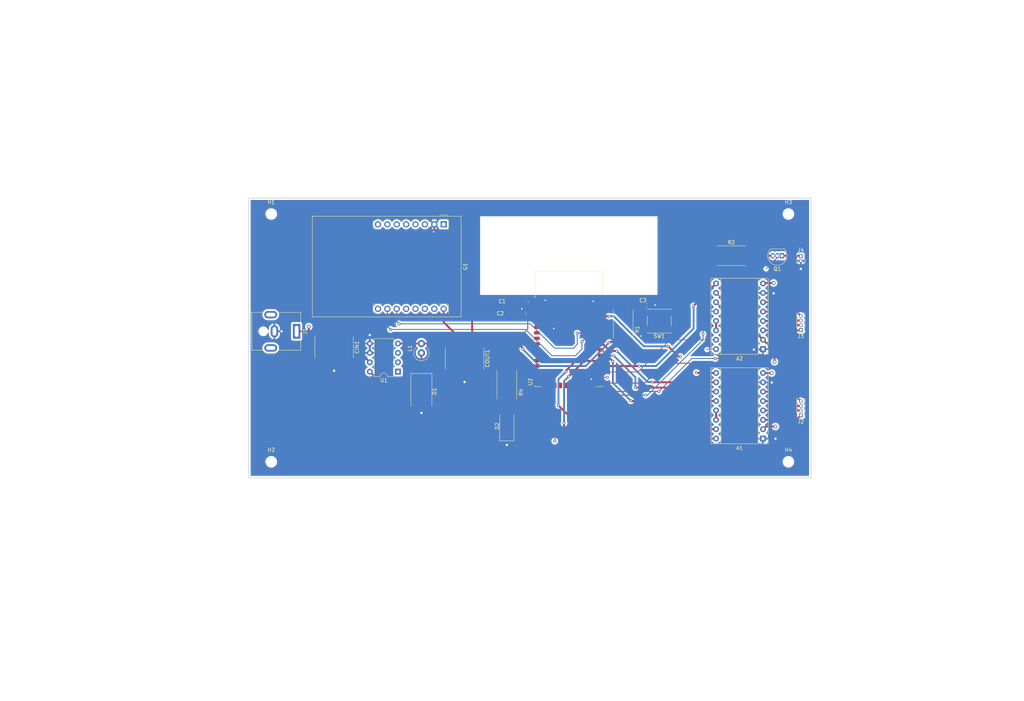
<source format=kicad_pcb>
(kicad_pcb (version 20211014) (generator pcbnew)
  (layers (0 "F.Cu" signal) (1 "In1.Cu" signal) (2 "In2.Cu" signal) (31 "B.Cu" signal) (34 "B.Paste" user) (35 "F.Paste" user) (36 "B.SilkS" user "B.Silkscreen") (37 "F.SilkS" user "F.Silkscreen") (38 "B.Mask" user) (39 "F.Mask" user) (44 "Edge.Cuts" user))
  (net 0 "")
  (net 1 "GND")
  (net 2 "+3.3V")
  (net 3 "Net-(A1-Pad3)")
  (net 4 "Net-(A1-Pad4)")
  (net 5 "Net-(A1-Pad5)")
  (net 6 "Net-(A1-Pad6)")
  (net 7 "+12V")
  (net 8 "Net-(A1-Pad9)")
  (net 9 "Net-(A1-Pad10)")
  (net 10 "Net-(A1-Pad11)")
  (net 11 "Net-(A1-Pad12)")
  (net 12 "Net-(A1-Pad13)")
  (net 13 "Net-(A1-Pad15)")
  (net 14 "Net-(A1-Pad16)")
  (net 15 "Net-(A2-Pad3)")
  (net 16 "Net-(A2-Pad4)")
  (net 17 "Net-(A2-Pad5)")
  (net 18 "Net-(A2-Pad6)")
  (net 19 "Net-(A2-Pad9)")
  (net 20 "Net-(A2-Pad10)")
  (net 21 "Net-(A2-Pad11)")
  (net 22 "Net-(A2-Pad12)")
  (net 23 "Net-(A2-Pad13)")
  (net 24 "Net-(A2-Pad15)")
  (net 25 "Net-(A2-Pad16)")
  (net 26 "Net-(C3-Pad1)")
  (net 27 "Net-(D1-Pad1)")
  (net 35 "TX")
  (net 36 "RX")
  (net 40 "Net-(J4-Pad1)")
  (net 41 "IO16")
  (net 42 "Net-(Q1-Pad3)")
  (net 56 "Net-(D2-Pad2)")
  (footprint "Capacitor_SMD:C_0402_1005Metric_Pad0.74x0.62mm_HandSolder" (layer "F.Cu") (at 184.912 92.71)
    (fp_text reference "C3" (at -1.016 -1.27) (layer "F.SilkS"))
    (fp_text value "5.5 uF")
    (pad "1" smd roundrect (at -0.5675 0) (size 0.735 0.62) (layers "F.Cu" "F.Paste" "F.Mask") (net 26 "Net-(C3-Pad1)"))
    (pad "2" smd roundrect (at 0.5675 0) (size 0.735 0.62) (layers "F.Cu" "F.Paste" "F.Mask") (net 1 "GND"))
  )
  (footprint "Connector_PinHeader_1.27mm:PinHeader_1x04_P1.27mm_Vertical" (layer "F.Cu") (at 226.622 122.55 180)
    (fp_text reference "J2" (at 0 -1.695) (layer "F.SilkS"))
    (fp_text value "Screw_Terminal_01x04")
    (pad "1" thru_hole rect (at 0 0 180) (size 1 1) (drill 0.65) (layers *.Cu *.Mask) (net 3 "Net-(A1-Pad3)"))
    (pad "2" thru_hole oval (at 0 1.27 180) (size 1 1) (drill 0.65) (layers *.Cu *.Mask) (net 4 "Net-(A1-Pad4)"))
    (pad "3" thru_hole oval (at 0 2.54 180) (size 1 1) (drill 0.65) (layers *.Cu *.Mask) (net 5 "Net-(A1-Pad5)"))
    (pad "4" thru_hole oval (at 0 3.81 180) (size 1 1) (drill 0.65) (layers *.Cu *.Mask) (net 6 "Net-(A1-Pad6)"))
  )
  (footprint "Resistor_SMD:R_4020_10251Metric_Pad1.65x5.30mm_HandSolder" (layer "F.Cu") (at 147.066 114.3 -90)
    (fp_text reference "R4" (at 2.032 -3.81 90) (layer "F.SilkS"))
    (fp_text value "4k7")
    (pad "1" smd roundrect (at -4.9 0 270) (size 1.65 5.3) (layers "F.Cu" "F.Paste" "F.Mask") (roundrect_rratio 0.151515) (net 2 "+3.3V"))
    (pad "2" smd roundrect (at 4.9 0 270) (size 1.65 5.3) (layers "F.Cu" "F.Paste" "F.Mask") (roundrect_rratio 0.151515) (net 56 "Net-(D2-Pad2)"))
  )
  (footprint "Connector_PinHeader_1.27mm:PinHeader_1x04_P1.27mm_Vertical" (layer "F.Cu") (at 226.622 99.436 180)
    (fp_text reference "J3" (at 0 -1.695) (layer "F.SilkS"))
    (fp_text value "Screw_Terminal_01x04")
    (pad "1" thru_hole rect (at 0 0 180) (size 1 1) (drill 0.65) (layers *.Cu *.Mask) (net 15 "Net-(A2-Pad3)"))
    (pad "2" thru_hole oval (at 0 1.27 180) (size 1 1) (drill 0.65) (layers *.Cu *.Mask) (net 16 "Net-(A2-Pad4)"))
    (pad "3" thru_hole oval (at 0 2.54 180) (size 1 1) (drill 0.65) (layers *.Cu *.Mask) (net 17 "Net-(A2-Pad5)"))
    (pad "4" thru_hole oval (at 0 3.81 180) (size 1 1) (drill 0.65) (layers *.Cu *.Mask) (net 18 "Net-(A2-Pad6)"))
  )
  (footprint "Capacitor_SMD:C_0402_1005Metric_Pad0.74x0.62mm_HandSolder" (layer "F.Cu") (at 152.146 94.992 180)
    (fp_text reference "C2" (at 6.858 0 180) (layer "F.SilkS"))
    (fp_text value "55 pF")
    (pad "1" smd roundrect (at -0.5675 0 180) (size 0.735 0.62) (layers "F.Cu" "F.Paste" "F.Mask") (net 2 "+3.3V"))
    (pad "2" smd roundrect (at 0.5675 0 180) (size 0.735 0.62) (layers "F.Cu" "F.Paste" "F.Mask") (net 1 "GND"))
  )
  (footprint "Module:Pololu_Breakout-16_15.2x20.3mm" (layer "F.Cu") (at 216.398 128.854 180)
    (fp_text reference "A1" (at 6.35 -2.54) (layer "F.SilkS"))
    (fp_text value "Pololu_Breakout_A4988")
    (pad "1" thru_hole rect (at 0 0 180) (size 1.6 1.6) (drill 0.8) (layers *.Cu *.Mask) (net 1 "GND"))
    (pad "2" thru_hole oval (at 0 2.54 180) (size 1.6 1.6) (drill 0.8) (layers *.Cu *.Mask) (net 2 "+3.3V"))
    (pad "3" thru_hole oval (at 0 5.08 180) (size 1.6 1.6) (drill 0.8) (layers *.Cu *.Mask) (net 3 "Net-(A1-Pad3)"))
    (pad "4" thru_hole oval (at 0 7.62 180) (size 1.6 1.6) (drill 0.8) (layers *.Cu *.Mask) (net 4 "Net-(A1-Pad4)"))
    (pad "5" thru_hole oval (at 0 10.16 180) (size 1.6 1.6) (drill 0.8) (layers *.Cu *.Mask) (net 5 "Net-(A1-Pad5)"))
    (pad "6" thru_hole oval (at 0 12.7 180) (size 1.6 1.6) (drill 0.8) (layers *.Cu *.Mask) (net 6 "Net-(A1-Pad6)"))
    (pad "7" thru_hole oval (at 0 15.24 180) (size 1.6 1.6) (drill 0.8) (layers *.Cu *.Mask) (net 1 "GND"))
    (pad "8" thru_hole oval (at 0 17.78 180) (size 1.6 1.6) (drill 0.8) (layers *.Cu *.Mask) (net 7 "+12V"))
    (pad "9" thru_hole oval (at 12.7 17.78 180) (size 1.6 1.6) (drill 0.8) (layers *.Cu *.Mask) (net 8 "Net-(A1-Pad9)"))
    (pad "10" thru_hole oval (at 12.7 15.24 180) (size 1.6 1.6) (drill 0.8) (layers *.Cu *.Mask) (net 9 "Net-(A1-Pad10)"))
    (pad "11" thru_hole oval (at 12.7 12.7 180) (size 1.6 1.6) (drill 0.8) (layers *.Cu *.Mask) (net 10 "Net-(A1-Pad11)"))
    (pad "12" thru_hole oval (at 12.7 10.16 180) (size 1.6 1.6) (drill 0.8) (layers *.Cu *.Mask) (net 11 "Net-(A1-Pad12)"))
    (pad "13" thru_hole oval (at 12.7 7.62 180) (size 1.6 1.6) (drill 0.8) (layers *.Cu *.Mask) (net 12 "Net-(A1-Pad13)"))
    (pad "14" thru_hole oval (at 12.7 5.08 180) (size 1.6 1.6) (drill 0.8) (layers *.Cu *.Mask) (net 12 "Net-(A1-Pad13)"))
    (pad "15" thru_hole oval (at 12.7 2.54 180) (size 1.6 1.6) (drill 0.8) (layers *.Cu *.Mask) (net 13 "Net-(A1-Pad15)"))
    (pad "16" thru_hole oval (at 12.7 0 180) (size 1.6 1.6) (drill 0.8) (layers *.Cu *.Mask) (net 14 "Net-(A1-Pad16)"))
  )
  (footprint "Package_TO_SOT_THT:TO-92_Inline" (layer "F.Cu") (at 221.542 79.37 180)
    (fp_text reference "Q1" (at 1.27 -3.56) (layer "F.SilkS"))
    (fp_text value "2N7000")
    (pad "1" thru_hole rect (at 0 0 180) (size 1.05 1.5) (drill 0.75) (layers *.Cu *.Mask) (net 40 "Net-(J4-Pad1)"))
    (pad "2" thru_hole oval (at 1.27 0 180) (size 1.05 1.5) (drill 0.75) (layers *.Cu *.Mask) (net 41 "IO16"))
    (pad "3" thru_hole oval (at 2.54 0 180) (size 1.05 1.5) (drill 0.75) (layers *.Cu *.Mask) (net 42 "Net-(Q1-Pad3)"))
  )
  (footprint "Package_DIP:DIP-8_W7.62mm" (layer "F.Cu") (at 117.602 110.744 180)
    (fp_text reference "U1" (at 3.81 -2.33) (layer "F.SilkS"))
    (fp_text value "LM2594N-3.3")
    (pad "1" thru_hole rect (at 0 0 180) (size 1.6 1.6) (drill 0.8) (layers *.Cu *.Mask))
    (pad "2" thru_hole oval (at 0 2.54 180) (size 1.6 1.6) (drill 0.8) (layers *.Cu *.Mask))
    (pad "3" thru_hole oval (at 0 5.08 180) (size 1.6 1.6) (drill 0.8) (layers *.Cu *.Mask))
    (pad "4" thru_hole oval (at 0 7.62 180) (size 1.6 1.6) (drill 0.8) (layers *.Cu *.Mask) (net 2 "+3.3V"))
    (pad "5" thru_hole oval (at 7.62 7.62 180) (size 1.6 1.6) (drill 0.8) (layers *.Cu *.Mask) (net 1 "GND"))
    (pad "6" thru_hole oval (at 7.62 5.08 180) (size 1.6 1.6) (drill 0.8) (layers *.Cu *.Mask) (net 1 "GND"))
    (pad "7" thru_hole oval (at 7.62 2.54 180) (size 1.6 1.6) (drill 0.8) (layers *.Cu *.Mask) (net 7 "+12V"))
    (pad "8" thru_hole oval (at 7.62 0 180) (size 1.6 1.6) (drill 0.8) (layers *.Cu *.Mask) (net 27 "Net-(D1-Pad1)"))
  )
  (footprint "Capacitor_SMD:C_3640_9110Metric_Pad2.10x10.45mm_HandSolder" (layer "F.Cu") (at 100.33 104.14 -90)
    (fp_text reference "CIN1" (at 0 -6.18 90) (layer "F.SilkS"))
    (fp_text value "68 uF")
    (pad "1" smd roundrect (at -4.175 0 270) (size 2.1 10.45) (layers "F.Cu" "F.Paste" "F.Mask") (roundrect_rratio 0.119048) (net 7 "+12V"))
    (pad "2" smd roundrect (at 4.175 0 270) (size 2.1 10.45) (layers "F.Cu" "F.Paste" "F.Mask") (roundrect_rratio 0.119048) (net 1 "GND"))
  )
  (footprint "Capacitor_SMD:C_3640_9110Metric_Pad2.10x10.45mm_HandSolder" (layer "F.Cu") (at 135.636 107.188 -90)
    (fp_text reference "COUT1" (at 0 -6.18 90) (layer "F.SilkS"))
    (fp_text value "120 uF")
    (pad "1" smd roundrect (at -4.175 0 270) (size 2.1 10.45) (layers "F.Cu" "F.Paste" "F.Mask") (roundrect_rratio 0.119048) (net 2 "+3.3V"))
    (pad "2" smd roundrect (at 4.175 0 270) (size 2.1 10.45) (layers "F.Cu" "F.Paste" "F.Mask") (roundrect_rratio 0.119048) (net 1 "GND"))
  )
  (footprint "Resistor_SMD:R_4020_10251Metric_Pad1.65x5.30mm_HandSolder" (layer "F.Cu") (at 207.826 79.37)
    (fp_text reference "R2" (at 0 -3.6) (layer "F.SilkS"))
    (fp_text value "4k7")
    (pad "1" smd roundrect (at -4.9 0) (size 1.65 5.3) (layers "F.Cu" "F.Paste" "F.Mask") (roundrect_rratio 0.151515) (net 2 "+3.3V"))
    (pad "2" smd roundrect (at 4.9 0) (size 1.65 5.3) (layers "F.Cu" "F.Paste" "F.Mask") (roundrect_rratio 0.151515) (net 42 "Net-(Q1-Pad3)"))
  )
  (footprint "MountingHole:MountingHole_2.1mm" (layer "F.Cu") (at 223.266 135.128)
    (fp_text reference "H4" (at 0 -3.2) (layer "F.SilkS"))
    (fp_text value "MountingHole")
    (pad "" np_thru_hole circle (at 0 0) (size 2.1 2.1) (drill 2.1) (layers *.Cu *.Mask))
  )
  (footprint "Resistor_SMD:R_4020_10251Metric_Pad1.65x5.30mm_HandSolder" (layer "F.Cu") (at 178.562 97.79 90)
    (fp_text reference "R1" (at -1.524 3.81 90) (layer "F.SilkS"))
    (fp_text value "4k7")
    (pad "1" smd roundrect (at -4.9 0 90) (size 1.65 5.3) (layers "F.Cu" "F.Paste" "F.Mask") (roundrect_rratio 0.151515) (net 2 "+3.3V"))
    (pad "2" smd roundrect (at 4.9 0 90) (size 1.65 5.3) (layers "F.Cu" "F.Paste" "F.Mask") (roundrect_rratio 0.151515) (net 26 "Net-(C3-Pad1)"))
  )
  (footprint "Button_Switch_SMD:SW_Push_1P1T_NO_6x6mm_H9.5mm" (layer "F.Cu") (at 188.303 97.064 180)
    (fp_text reference "SW1" (at 0 -4.05) (layer "F.SilkS"))
    (fp_text value "SW_Push")
    (pad "1" smd rect (at -3.975 -2.25 180) (size 1.55 1.3) (layers "F.Cu" "F.Paste" "F.Mask") (net 1 "GND"))
    (pad "1" smd rect (at 3.975 -2.25 180) (size 1.55 1.3) (layers "F.Cu" "F.Paste" "F.Mask") (net 1 "GND"))
    (pad "2" smd rect (at -3.975 2.25 180) (size 1.55 1.3) (layers "F.Cu" "F.Paste" "F.Mask") (net 26 "Net-(C3-Pad1)"))
    (pad "2" smd rect (at 3.975 2.25 180) (size 1.55 1.3) (layers "F.Cu" "F.Paste" "F.Mask") (net 26 "Net-(C3-Pad1)"))
  )
  (footprint "MountingHole:MountingHole_2.1mm" (layer "F.Cu") (at 83.312 68.072)
    (fp_text reference "H1" (at 0 -3.2) (layer "F.SilkS"))
    (fp_text value "MountingHole")
    (pad "" np_thru_hole circle (at 0 0) (size 2.1 2.1) (drill 2.1) (layers *.Cu *.Mask))
  )
  (footprint "RF_Module:ESP32-S2-WROVER" (layer "F.Cu") (at 163.83 102.998)
    (fp_text reference "U2" (at -10.41 10.53 90) (layer "F.SilkS"))
    (fp_text value "ESP32-S2-WROVER")
    (pad "1" smd rect (at -8.625 -11.775) (size 1.5 0.9) (layers "F.Cu" "F.Paste" "F.Mask") (net 1 "GND"))
    (pad "2" smd rect (at -8.625 -10.275) (size 1.5 0.9) (layers "F.Cu" "F.Paste" "F.Mask") (net 2 "+3.3V"))
    (pad "3" smd rect (at -8.625 -8.775) (size 1.5 0.9) (layers "F.Cu" "F.Paste" "F.Mask"))
    (pad "4" smd rect (at -8.625 -7.275) (size 1.5 0.9) (layers "F.Cu" "F.Paste" "F.Mask"))
    (pad "5" smd rect (at -8.625 -5.775) (size 1.5 0.9) (layers "F.Cu" "F.Paste" "F.Mask"))
    (pad "6" smd rect (at -8.625 -4.275) (size 1.5 0.9) (layers "F.Cu" "F.Paste" "F.Mask"))
    (pad "7" smd rect (at -8.625 -2.775) (size 1.5 0.9) (layers "F.Cu" "F.Paste" "F.Mask"))
    (pad "8" smd rect (at -8.625 -1.275) (size 1.5 0.9) (layers "F.Cu" "F.Paste" "F.Mask"))
    (pad "9" smd rect (at -8.625 0.225) (size 1.5 0.9) (layers "F.Cu" "F.Paste" "F.Mask"))
    (pad "10" smd rect (at -8.625 1.725) (size 1.5 0.9) (layers "F.Cu" "F.Paste" "F.Mask"))
    (pad "11" smd rect (at -8.625 3.225) (size 1.5 0.9) (layers "F.Cu" "F.Paste" "F.Mask"))
    (pad "12" smd rect (at -8.625 4.725) (size 1.5 0.9) (layers "F.Cu" "F.Paste" "F.Mask"))
    (pad "13" smd rect (at -8.625 6.225) (size 1.5 0.9) (layers "F.Cu" "F.Paste" "F.Mask"))
    (pad "14" smd rect (at -8.625 7.725) (size 1.5 0.9) (layers "F.Cu" "F.Paste" "F.Mask"))
    (pad "15" smd rect (at -8.625 9.225 180) (size 1.5 0.9) (layers "F.Cu" "F.Paste" "F.Mask"))
    (pad "16" smd rect (at -8.625 10.725 180) (size 1.5 0.9) (layers "F.Cu" "F.Paste" "F.Mask"))
    (pad "17" smd rect (at -6.75 11.475) (size 0.9 1.5) (layers "F.Cu" "F.Paste" "F.Mask"))
    (pad "18" smd rect (at -5.25 11.475) (size 0.9 1.5) (layers "F.Cu" "F.Paste" "F.Mask"))
    (pad "19" smd rect (at -3.75 11.475) (size 0.9 1.5) (layers "F.Cu" "F.Paste" "F.Mask") (net 41 "IO16"))
    (pad "20" smd rect (at -2.25 11.475) (size 0.9 1.5) (layers "F.Cu" "F.Paste" "F.Mask"))
    (pad "21" smd rect (at -0.75 11.475) (size 0.9 1.5) (layers "F.Cu" "F.Paste" "F.Mask"))
    (pad "22" smd rect (at 0.75 11.475) (size 0.9 1.5) (layers "F.Cu" "F.Paste" "F.Mask"))
    (pad "23" smd rect (at 2.25 11.475) (size 0.9 1.5) (layers "F.Cu" "F.Paste" "F.Mask"))
    (pad "24" smd rect (at 3.75 11.475) (size 0.9 1.5) (layers "F.Cu" "F.Paste" "F.Mask") (net 22 "Net-(A2-Pad12)"))
    (pad "25" smd rect (at 5.25 11.475) (size 0.9 1.5) (layers "F.Cu" "F.Paste" "F.Mask") (net 21 "Net-(A2-Pad11)"))
    (pad "26" smd rect (at 6.75 11.475) (size 0.9 1.5) (layers "F.Cu" "F.Paste" "F.Mask") (net 1 "GND"))
    (pad "27" smd rect (at 8.625 10.825) (size 1.5 0.9) (layers "F.Cu" "F.Paste" "F.Mask") (net 20 "Net-(A2-Pad10)"))
    (pad "28" smd rect (at 8.625 9.325) (size 1.5 0.9) (layers "F.Cu" "F.Paste" "F.Mask") (net 25 "Net-(A2-Pad16)"))
    (pad "29" smd rect (at 8.625 7.825) (size 1.5 0.9) (layers "F.Cu" "F.Paste" "F.Mask") (net 24 "Net-(A2-Pad15)"))
    (pad "30" smd rect (at 8.625 6.325) (size 1.5 0.9) (layers "F.Cu" "F.Paste" "F.Mask") (net 19 "Net-(A2-Pad9)"))
    (pad "31" smd rect (at 8.625 4.825) (size 1.5 0.9) (layers "F.Cu" "F.Paste" "F.Mask") (net 14 "Net-(A1-Pad16)"))
    (pad "32" smd rect (at 8.625 3.325) (size 1.5 0.9) (layers "F.Cu" "F.Paste" "F.Mask") (net 11 "Net-(A1-Pad12)"))
    (pad "33" smd rect (at 8.625 1.825) (size 1.5 0.9) (layers "F.Cu" "F.Paste" "F.Mask") (net 10 "Net-(A1-Pad11)"))
    (pad "34" smd rect (at 8.625 0.325) (size 1.5 0.9) (layers "F.Cu" "F.Paste" "F.Mask") (net 9 "Net-(A1-Pad10)"))
    (pad "35" smd rect (at 8.625 -1.175) (size 1.5 0.9) (layers "F.Cu" "F.Paste" "F.Mask"))
    (pad "36" smd rect (at 8.625 -2.675) (size 1.5 0.9) (layers "F.Cu" "F.Paste" "F.Mask") (net 13 "Net-(A1-Pad15)"))
    (pad "37" smd rect (at 8.625 -4.175) (size 1.5 0.9) (layers "F.Cu" "F.Paste" "F.Mask") (net 35 "TX"))
    (pad "38" smd rect (at 8.625 -5.675) (size 1.5 0.9) (layers "F.Cu" "F.Paste" "F.Mask") (net 36 "RX"))
    (pad "39" smd rect (at 8.625 -7.175) (size 1.5 0.9) (layers "F.Cu" "F.Paste" "F.Mask") (net 8 "Net-(A1-Pad9)"))
    (pad "40" smd rect (at 8.625 -8.775) (size 1.5 0.9) (layers "F.Cu" "F.Paste" "F.Mask"))
    (pad "41" smd rect (at 8.625 -10.275) (size 1.5 0.9) (layers "F.Cu" "F.Paste" "F.Mask") (net 26 "Net-(C3-Pad1)"))
    (pad "42" smd rect (at 8.625 -11.675) (size 1.5 0.9) (layers "F.Cu" "F.Paste" "F.Mask") (net 1 "GND"))
    (pad "43" smd rect (at -1.19 -3.735) (size 4.1 4.1) (layers "F.Cu" "F.Paste" "F.Mask") (net 1 "GND"))
    (zone (net 0) (net_name "") (layers *.Cu) (connect_pads (clearance 0)) (min_thickness 0.254)
      (keepout (tracks not_allowed) (vias not_allowed) (pads not_allowed) (copperpour not_allowed) (footprints not_allowed))
      (fill (thermal_gap 0.508) (thermal_bridge_width 0.508))
      (polygon (pts (xy 139.83 89.975) (xy 187.83 89.975) (xy 187.83 68.675) (xy 139.83 68.675)))
    )
  )
  (footprint "LED_SMD:LED_2512_6332Metric_Pad1.52x3.35mm_HandSolder" (layer "F.Cu") (at 147.066 125.476 90)
    (fp_text reference "D2" (at 0 -2.62 90) (layer "F.SilkS"))
    (fp_text value "RED")
    (pad "1" smd roundrect (at -2.9875 0 90) (size 1.525 3.35) (layers "F.Cu" "F.Paste" "F.Mask") (roundrect_rratio 0.163934) (net 1 "GND"))
    (pad "2" smd roundrect (at 2.9875 0 90) (size 1.525 3.35) (layers "F.Cu" "F.Paste" "F.Mask") (roundrect_rratio 0.163934) (net 56 "Net-(D2-Pad2)"))
  )
  (footprint "Connector_BarrelJack:BarrelJack_CUI_PJ-063AH_Horizontal" (layer "F.Cu") (at 90.17 99.822 -90)
    (fp_text reference "J1" (at 0 -2.3 90) (layer "F.SilkS"))
    (fp_text value "Barrel_Jack")
    (pad "" np_thru_hole circle (at 0 9 270) (size 1.6 1.6) (drill 1.6) (layers *.Cu *.Mask))
    (pad "1" thru_hole rect (at 0 0 270) (size 4 2) (drill oval 3 1) (layers *.Cu *.Mask) (net 7 "+12V"))
    (pad "2" thru_hole oval (at 0 6 270) (size 3.3 2) (drill oval 2.3 1) (layers *.Cu *.Mask) (net 1 "GND"))
    (pad "MP" thru_hole oval (at -4.5 7 270) (size 2 3.5) (drill oval 1 2.5) (layers *.Cu *.Mask))
    (pad "MP" thru_hole oval (at 4.5 7 270) (size 2 3.5) (drill oval 1 2.5) (layers *.Cu *.Mask))
  )
  (footprint "Inductor_THT:L_Axial_L9.5mm_D4.0mm_P2.54mm_Vertical_Fastron_SMCC" (layer "F.Cu") (at 123.952 105.672 90)
    (fp_text reference "L1" (at 1.27 -3.12 90) (layer "F.SilkS"))
    (fp_text value "100 uH")
    (pad "1" thru_hole circle (at 0 0 90) (size 2 2) (drill 1) (layers *.Cu *.Mask) (net 27 "Net-(D1-Pad1)"))
    (pad "2" thru_hole oval (at 2.54 0 90) (size 2 2) (drill 1) (layers *.Cu *.Mask) (net 2 "+3.3V"))
  )
  (footprint "MountingHole:MountingHole_2.1mm" (layer "F.Cu") (at 223.266 68.072)
    (fp_text reference "H3" (at 0 -3.2) (layer "F.SilkS"))
    (fp_text value "MountingHole")
    (pad "" np_thru_hole circle (at 0 0) (size 2.1 2.1) (drill 2.1) (layers *.Cu *.Mask))
  )
  (footprint "MountingHole:MountingHole_2.1mm" (layer "F.Cu") (at 83.312 135.128)
    (fp_text reference "H2" (at 0 -3.2) (layer "F.SilkS"))
    (fp_text value "MountingHole")
    (pad "" np_thru_hole circle (at 0 0) (size 2.1 2.1) (drill 2.1) (layers *.Cu *.Mask))
  )
  (footprint "Module:Pololu_Breakout-16_15.2x20.3mm" (layer "F.Cu") (at 216.398 104.648 180)
    (fp_text reference "A2" (at 6.35 -2.54) (layer "F.SilkS"))
    (fp_text value "Pololu_Breakout_A4988")
    (pad "1" thru_hole rect (at 0 0 180) (size 1.6 1.6) (drill 0.8) (layers *.Cu *.Mask) (net 1 "GND"))
    (pad "2" thru_hole oval (at 0 2.54 180) (size 1.6 1.6) (drill 0.8) (layers *.Cu *.Mask) (net 2 "+3.3V"))
    (pad "3" thru_hole oval (at 0 5.08 180) (size 1.6 1.6) (drill 0.8) (layers *.Cu *.Mask) (net 15 "Net-(A2-Pad3)"))
    (pad "4" thru_hole oval (at 0 7.62 180) (size 1.6 1.6) (drill 0.8) (layers *.Cu *.Mask) (net 16 "Net-(A2-Pad4)"))
    (pad "5" thru_hole oval (at 0 10.16 180) (size 1.6 1.6) (drill 0.8) (layers *.Cu *.Mask) (net 17 "Net-(A2-Pad5)"))
    (pad "6" thru_hole oval (at 0 12.7 180) (size 1.6 1.6) (drill 0.8) (layers *.Cu *.Mask) (net 18 "Net-(A2-Pad6)"))
    (pad "7" thru_hole oval (at 0 15.24 180) (size 1.6 1.6) (drill 0.8) (layers *.Cu *.Mask) (net 1 "GND"))
    (pad "8" thru_hole oval (at 0 17.78 180) (size 1.6 1.6) (drill 0.8) (layers *.Cu *.Mask) (net 7 "+12V"))
    (pad "9" thru_hole oval (at 12.7 17.78 180) (size 1.6 1.6) (drill 0.8) (layers *.Cu *.Mask) (net 19 "Net-(A2-Pad9)"))
    (pad "10" thru_hole oval (at 12.7 15.24 180) (size 1.6 1.6) (drill 0.8) (layers *.Cu *.Mask) (net 20 "Net-(A2-Pad10)"))
    (pad "11" thru_hole oval (at 12.7 12.7 180) (size 1.6 1.6) (drill 0.8) (layers *.Cu *.Mask) (net 21 "Net-(A2-Pad11)"))
    (pad "12" thru_hole oval (at 12.7 10.16 180) (size 1.6 1.6) (drill 0.8) (layers *.Cu *.Mask) (net 22 "Net-(A2-Pad12)"))
    (pad "13" thru_hole oval (at 12.7 7.62 180) (size 1.6 1.6) (drill 0.8) (layers *.Cu *.Mask) (net 23 "Net-(A2-Pad13)"))
    (pad "14" thru_hole oval (at 12.7 5.08 180) (size 1.6 1.6) (drill 0.8) (layers *.Cu *.Mask) (net 23 "Net-(A2-Pad13)"))
    (pad "15" thru_hole oval (at 12.7 2.54 180) (size 1.6 1.6) (drill 0.8) (layers *.Cu *.Mask) (net 24 "Net-(A2-Pad15)"))
    (pad "16" thru_hole oval (at 12.7 0 180) (size 1.6 1.6) (drill 0.8) (layers *.Cu *.Mask) (net 25 "Net-(A2-Pad16)"))
  )
  (footprint "Connector_PinHeader_1.27mm:PinHeader_1x02_P1.27mm_Vertical" (layer "F.Cu") (at 226.622 79.482)
    (fp_text reference "J4" (at 0 -1.695) (layer "F.SilkS"))
    (fp_text value "Screw_Terminal_01x02")
    (pad "1" thru_hole rect (at 0 0) (size 1 1) (drill 0.65) (layers *.Cu *.Mask) (net 40 "Net-(J4-Pad1)"))
    (pad "2" thru_hole oval (at 0 1.27) (size 1 1) (drill 0.65) (layers *.Cu *.Mask) (net 1 "GND"))
  )
  (footprint "Capacitor_SMD:C_0402_1005Metric_Pad0.74x0.62mm_HandSolder" (layer "F.Cu") (at 152.654 91.948 90)
    (fp_text reference "C1" (at 0.254 -6.858) (layer "F.SilkS"))
    (fp_text value "5.5 uF")
    (pad "1" smd roundrect (at -0.5675 0 90) (size 0.735 0.62) (layers "F.Cu" "F.Paste" "F.Mask") (net 2 "+3.3V"))
    (pad "2" smd roundrect (at 0.5675 0 90) (size 0.735 0.62) (layers "F.Cu" "F.Paste" "F.Mask") (net 1 "GND"))
  )
  (footprint "ESP32-CAM:ESP32-CAM" (layer "F.Cu") (at 129.974 70.8685 -90)
    (fp_text reference "G1" (at 11.43 -5.842 90) (layer "F.SilkS"))
    (fp_text value "ESP32-CAM")
    (pad "1" thru_hole rect (at 0 0 270) (size 1.7 1.7) (drill 1) (layers *.Cu *.Mask))
    (pad "2" thru_hole circle (at 0 2.54 270) (size 1.7 1.7) (drill 1) (layers *.Cu *.Mask) (net 1 "GND"))
    (pad "3" thru_hole circle (at 0 5.08 270) (size 1.7 1.7) (drill 1) (layers *.Cu *.Mask))
    (pad "4" thru_hole circle (at 0 7.62 270) (size 1.7 1.7) (drill 1) (layers *.Cu *.Mask))
    (pad "5" thru_hole circle (at 0 10.16 270) (size 1.7 1.7) (drill 1) (layers *.Cu *.Mask))
    (pad "6" thru_hole circle (at 0 12.7 270) (size 1.7 1.7) (drill 1) (layers *.Cu *.Mask))
    (pad "7" thru_hole circle (at 0 15.24 270) (size 1.7 1.7) (drill 1) (layers *.Cu *.Mask))
    (pad "8" thru_hole circle (at 0 17.78 270) (size 1.7 1.7) (drill 1) (layers *.Cu *.Mask))
    (pad "9" thru_hole circle (at 22.86 17.78 270) (size 1.7 1.7) (drill 1) (layers *.Cu *.Mask))
    (pad "10" thru_hole circle (at 22.86 15.24 270) (size 1.7 1.7) (drill 1) (layers *.Cu *.Mask) (net 35 "TX"))
    (pad "11" thru_hole circle (at 22.86 12.7 270) (size 1.7 1.7) (drill 1) (layers *.Cu *.Mask) (net 36 "RX"))
    (pad "12" thru_hole circle (at 22.86 10.16 270) (size 1.7 1.7) (drill 1) (layers *.Cu *.Mask))
    (pad "13" thru_hole circle (at 22.86 7.62 270) (size 1.7 1.7) (drill 1) (layers *.Cu *.Mask))
    (pad "14" thru_hole circle (at 22.86 5.08 270) (size 1.7 1.7) (drill 1) (layers *.Cu *.Mask))
    (pad "15" thru_hole circle (at 22.86 2.54 270) (size 1.7 1.7) (drill 1) (layers *.Cu *.Mask))
    (pad "16" thru_hole circle (at 22.86 0 270) (size 1.7 1.7) (drill 1) (layers *.Cu *.Mask) (net 2 "+3.3V"))
  )
  (footprint "Diode_SMD:D_3220_8050Metric_Pad2.65x5.15mm_HandSolder" (layer "F.Cu") (at 123.952 116.078 -90)
    (fp_text reference "D1" (at 0 -3.52 90) (layer "F.SilkS"))
    (fp_text value "D_Schottky")
    (pad "1" smd roundrect (at -3.275 0 270) (size 2.65 5.15) (layers "F.Cu" "F.Paste" "F.Mask") (roundrect_rratio 0.09434) (net 27 "Net-(D1-Pad1)"))
    (pad "2" smd roundrect (at 3.275 0 270) (size 2.65 5.15) (layers "F.Cu" "F.Paste" "F.Mask") (roundrect_rratio 0.09434) (net 1 "GND"))
  )
  (gr_rect (start 77.216 63.754) (end 229.362 139.446) (layer "Edge.Cuts") (width 0.2) (fill none))
  (segment (start 127.434 72.718) (end 127.254 72.898) (width 0.508) (layer "F.Cu") (net 1))
  (segment (start 185.4795 92.71) (end 187.198 92.71) (width 0.254) (layer "F.Cu") (net 1))
  (segment (start 151.5785 94.992) (end 151.5785 94.1745) (width 0.254) (layer "F.Cu") (net 1))
  (segment (start 170.805 91.323) (end 170.434 91.694) (width 0.254) (layer "F.Cu") (net 1))
  (segment (start 184.328 100.152) (end 183.388 101.092) (width 0.254) (layer "F.Cu") (net 1))
  (segment (start 86.106 99.822) (end 84.17 99.822) (width 0.508) (layer "F.Cu") (net 1))
  (segment (start 219.764 128.9) (end 216.444 128.9) (width 0.508) (layer "F.Cu") (net 1))
  (segment (start 216.444 128.9) (end 216.398 128.854) (width 0.508) (layer "F.Cu") (net 1))
  (segment (start 216.276 104.77) (end 216.398 104.648) (width 0.508) (layer "F.Cu") (net 1))
  (segment (start 184.328 99.314) (end 184.328 100.152) (width 0.254) (layer "F.Cu") (net 1))
  (segment (start 157.263 91.223) (end 157.48 91.44) (width 0.254) (layer "F.Cu") (net 1))
  (segment (start 170.58 114.473) (end 170.58 113.43) (width 0.254) (layer "F.Cu") (net 1))
  (segment (start 152.654 91.3805) (end 152.8115 91.223) (width 0.254) (layer "F.Cu") (net 1))
  (segment (start 159.969 99.263) (end 159.766 99.06) (width 0.508) (layer "F.Cu") (net 1))
  (segment (start 135.636 113.538) (end 135.636 111.363) (width 0.254) (layer "F.Cu") (net 1))
  (segment (start 152.8115 91.223) (end 155.205 91.223) (width 0.254) (layer "F.Cu") (net 1))
  (segment (start 109.982 100.838) (end 109.982 103.124) (width 0.508) (layer "F.Cu") (net 1))
  (segment (start 170.58 113.43) (end 169.926 112.776) (width 0.254) (layer "F.Cu") (net 1))
  (segment (start 213.922 104.77) (end 216.276 104.77) (width 0.508) (layer "F.Cu") (net 1))
  (segment (start 172.455 91.323) (end 170.805 91.323) (width 0.254) (layer "F.Cu") (net 1))
  (segment (start 216.52 89.53) (end 216.398 89.408) (width 0.508) (layer "F.Cu") (net 1))
  (segment (start 162.64 99.263) (end 159.969 99.263) (width 0.508) (layer "F.Cu") (net 1))
  (segment (start 218.748 113.66) (end 216.444 113.66) (width 0.508) (layer "F.Cu") (net 1))
  (segment (start 100.33 110.49) (end 100.33 108.315) (width 0.508) (layer "F.Cu") (net 1))
  (segment (start 219.256 89.53) (end 216.52 89.53) (width 0.508) (layer "F.Cu") (net 1))
  (segment (start 147.066 128.4635) (end 147.066 130.556) (width 0.508) (layer "F.Cu") (net 1))
  (segment (start 109.982 105.664) (end 109.982 103.124) (width 0.508) (layer "F.Cu") (net 1))
  (segment (start 226.622 82.926) (end 226.622 80.752) (width 0.254) (layer "F.Cu") (net 1))
  (segment (start 127.434 70.8685) (end 127.434 72.718) (width 0.508) (layer "F.Cu") (net 1))
  (segment (start 151.5785 94.1745) (end 151.13 93.726) (width 0.254) (layer "F.Cu") (net 1))
  (segment (start 155.205 91.223) (end 157.263 91.223) (width 0.254) (layer "F.Cu") (net 1))
  (segment (start 123.952 121.92) (end 123.952 119.353) (width 0.254) (layer "F.Cu") (net 1))
  (segment (start 216.444 113.66) (end 216.398 113.614) (width 0.508) (layer "F.Cu") (net 1))
  (segment (start 192.278 99.314) (end 184.328 99.314) (width 0.254) (layer "F.Cu") (net 1))
  (via (at 100.33 110.49) (size 1.016) (drill 0.635) (layers "F.Cu" "B.Cu") (net 1))
  (via (at 183.388 101.092) (size 0.8) (drill 0.4) (layers "F.Cu" "B.Cu") (net 1))
  (via (at 213.922 104.77) (size 1.016) (drill 0.635) (layers "F.Cu" "B.Cu") (net 1))
  (via (at 159.766 99.06) (size 0.8) (drill 0.4) (layers "F.Cu" "B.Cu") (net 1))
  (via (at 147.066 130.556) (size 1.016) (drill 0.635) (layers "F.Cu" "B.Cu") (net 1))
  (via (at 151.13 93.726) (size 0.8) (drill 0.4) (layers "F.Cu" "B.Cu") (net 1))
  (via (at 86.106 99.822) (size 1.016) (drill 0.635) (layers "F.Cu" "B.Cu") (net 1))
  (via (at 219.764 128.9) (size 1.016) (drill 0.635) (layers "F.Cu" "B.Cu") (net 1))
  (via (at 157.48 91.44) (size 0.8) (drill 0.4) (layers "F.Cu" "B.Cu") (net 1))
  (via (at 127.254 72.898) (size 0.8) (drill 0.4) (layers "F.Cu" "B.Cu") (net 1))
  (via (at 187.198 92.71) (size 0.8) (drill 0.4) (layers "F.Cu" "B.Cu") (net 1))
  (via (at 123.952 121.92) (size 1.016) (drill 0.635) (layers "F.Cu" "B.Cu") (net 1))
  (via (at 135.636 113.538) (size 1.016) (drill 0.635) (layers "F.Cu" "B.Cu") (net 1))
  (via (at 219.256 89.53) (size 1.016) (drill 0.635) (layers "F.Cu" "B.Cu") (net 1))
  (via (at 218.748 113.66) (size 1.016) (drill 0.635) (layers "F.Cu" "B.Cu") (net 1))
  (via (at 109.982 100.838) (size 1.016) (drill 0.635) (layers "F.Cu" "B.Cu") (net 1))
  (via (at 169.926 112.776) (size 0.8) (drill 0.4) (layers "F.Cu" "B.Cu") (net 1))
  (via (at 170.434 91.694) (size 0.8) (drill 0.4) (layers "F.Cu" "B.Cu") (net 1))
  (via (at 226.622 82.926) (size 1.016) (drill 0.635) (layers "F.Cu" "B.Cu") (net 1))
  (segment (start 152.654 92.5155) (end 152.8615 92.723) (width 0.254) (layer "F.Cu") (net 2))
  (segment (start 135.636 103.013) (end 129.974 97.351) (width 0.508) (layer "F.Cu") (net 2))
  (segment (start 135.517 103.132) (end 123.952 103.132) (width 0.508) (layer "F.Cu") (net 2))
  (segment (start 147.066 103.124) (end 146.955 103.013) (width 0.254) (layer "F.Cu") (net 2))
  (segment (start 219.51 105.22) (end 216.398 102.108) (width 0.508) (layer "F.Cu") (net 2))
  (segment (start 151.384 104.394) (end 149.86 102.87) (width 0.508) (layer "F.Cu") (net 2))
  (segment (start 139.7 66.04) (end 194.818 66.04) (width 0.508) (layer "F.Cu") (net 2))
  (segment (start 198.374 69.596) (end 198.374 76.2) (width 0.508) (layer "F.Cu") (net 2))
  (segment (start 201.544 79.37) (end 202.926 79.37) (width 0.508) (layer "F.Cu") (net 2))
  (segment (start 137.668 100.981) (end 137.668 68.072) (width 0.508) (layer "F.Cu") (net 2))
  (segment (start 219.764 125.598) (end 217.114 125.598) (width 0.508) (layer "F.Cu") (net 2))
  (segment (start 123.944 103.124) (end 123.952 103.132) (width 0.508) (layer "F.Cu") (net 2))
  (segment (start 137.668 68.072) (end 139.7 66.04) (width 0.508) (layer "F.Cu") (net 2))
  (segment (start 152.7135 99.2545) (end 149.86 102.108) (width 0.254) (layer "F.Cu") (net 2))
  (segment (start 117.602 103.124) (end 123.944 103.124) (width 0.508) (layer "F.Cu") (net 2))
  (segment (start 152.8615 92.723) (end 155.205 92.723) (width 0.254) (layer "F.Cu") (net 2))
  (segment (start 219.51 108.072) (end 219.51 105.22) (width 0.508) (layer "F.Cu") (net 2))
  (segment (start 217.114 125.598) (end 216.398 126.314) (width 0.508) (layer "F.Cu") (net 2))
  (segment (start 194.818 66.04) (end 198.374 69.596) (width 0.508) (layer "F.Cu") (net 2))
  (segment (start 135.636 103.013) (end 135.517 103.132) (width 0.508) (layer "F.Cu") (net 2))
  (segment (start 152.654 94.9325) (end 152.7135 94.992) (width 0.254) (layer "F.Cu") (net 2))
  (segment (start 210.058 95.768) (end 216.398 102.108) (width 0.508) (layer "F.Cu") (net 2))
  (segment (start 152.654 92.5155) (end 152.654 94.9325) (width 0.254) (layer "F.Cu") (net 2))
  (segment (start 198.374 76.2) (end 201.544 79.37) (width 0.508) (layer "F.Cu") (net 2))
  (segment (start 146.955 103.013) (end 149.717 103.013) (width 0.508) (layer "F.Cu") (net 2))
  (segment (start 135.636 103.013) (end 146.955 103.013) (width 0.508) (layer "F.Cu") (net 2))
  (segment (start 202.926 79.37) (end 210.058 86.502) (width 0.508) (layer "F.Cu") (net 2))
  (segment (start 178.562 102.69) (end 174.932 102.69) (width 0.508) (layer "F.Cu") (net 2))
  (segment (start 149.717 103.013) (end 149.86 102.87) (width 0.508) (layer "F.Cu") (net 2))
  (segment (start 147.066 109.4) (end 147.066 103.124) (width 0.254) (layer "F.Cu") (net 2))
  (segment (start 152.7135 94.992) (end 152.7135 99.2545) (width 0.254) (layer "F.Cu") (net 2))
  (segment (start 151.384 104.648) (end 151.384 104.394) (width 0.508) (layer "F.Cu") (net 2))
  (segment (start 135.636 103.013) (end 137.668 100.981) (width 0.508) (layer "F.Cu") (net 2))
  (segment (start 210.058 86.502) (end 210.058 95.768) (width 0.508) (layer "F.Cu") (net 2))
  (segment (start 129.974 97.351) (end 129.974 93.7285) (width 0.508) (layer "F.Cu") (net 2))
  (segment (start 174.932 102.69) (end 174.752 102.87) (width 0.508) (layer "F.Cu") (net 2))
  (segment (start 149.86 102.108) (end 149.86 102.87) (width 0.254) (layer "F.Cu") (net 2))
  (via (at 219.764 125.598) (size 1.016) (drill 0.635) (layers "F.Cu" "B.Cu") (net 2))
  (via (at 174.752 102.87) (size 0.8) (drill 0.4) (layers "F.Cu" "B.Cu") (net 2))
  (via (at 219.51 108.072) (size 1.016) (drill 0.635) (layers "F.Cu" "B.Cu") (net 2))
  (via (at 151.384 104.648) (size 0.8) (drill 0.4) (layers "F.Cu" "B.Cu") (net 2))
  (segment (start 174.752 102.87) (end 168.402 109.22) (width 0.508) (layer "B.Cu") (net 2))
  (segment (start 168.402 109.22) (end 155.956 109.22) (width 0.508) (layer "B.Cu") (net 2))
  (segment (start 155.956 109.22) (end 151.384 104.648) (width 0.508) (layer "B.Cu") (net 2))
  (segment (start 216.398 123.774) (end 225.398 123.774) (width 0.508) (layer "F.Cu") (net 3))
  (segment (start 225.398 123.774) (end 226.622 122.55) (width 0.508) (layer "F.Cu") (net 3))
  (segment (start 216.398 121.234) (end 226.576 121.234) (width 0.508) (layer "F.Cu") (net 4))
  (segment (start 226.576 121.234) (end 226.622 121.28) (width 0.508) (layer "F.Cu") (net 4))
  (segment (start 223.274 118.694) (end 224.59 120.01) (width 0.508) (layer "F.Cu") (net 5))
  (segment (start 216.398 118.694) (end 223.274 118.694) (width 0.508) (layer "F.Cu") (net 5))
  (segment (start 224.59 120.01) (end 226.622 120.01) (width 0.508) (layer "F.Cu") (net 5))
  (segment (start 224.036 116.154) (end 226.622 118.74) (width 0.508) (layer "F.Cu") (net 6))
  (segment (start 216.398 116.154) (end 224.036 116.154) (width 0.508) (layer "F.Cu") (net 6))
  (segment (start 93.472 99.822) (end 100.187 99.822) (width 0.508) (layer "F.Cu") (net 7))
  (segment (start 104.791 99.965) (end 107.442 102.616) (width 0.508) (layer "F.Cu") (net 7))
  (segment (start 100.187 99.822) (end 100.33 99.965) (width 0.508) (layer "F.Cu") (net 7))
  (segment (start 216.53 86.736) (end 216.398 86.868) (width 0.508) (layer "F.Cu") (net 7))
  (segment (start 100.33 99.965) (end 104.791 99.965) (width 0.508) (layer "F.Cu") (net 7))
  (segment (start 90.17 99.822) (end 93.472 99.822) (width 0.508) (layer "F.Cu") (net 7))
  (segment (start 216.444 111.12) (end 216.398 111.074) (width 0.508) (layer "F.Cu") (net 7))
  (segment (start 218.748 111.12) (end 216.444 111.12) (width 0.508) (layer "F.Cu") (net 7))
  (segment (start 219.256 86.736) (end 216.53 86.736) (width 0.508) (layer "F.Cu") (net 7))
  (segment (start 93.472 98.552) (end 93.472 99.822) (width 0.508) (layer "F.Cu") (net 7))
  (segment (start 107.442 105.664) (end 109.982 108.204) (width 0.508) (layer "F.Cu") (net 7))
  (segment (start 107.442 102.616) (end 107.442 105.664) (width 0.508) (layer "F.Cu") (net 7))
  (via (at 219.256 86.736) (size 1.016) (drill 0.635) (layers "F.Cu" "B.Cu") (net 7))
  (via (at 93.472 98.552) (size 1.016) (drill 0.635) (layers "F.Cu" "B.Cu") (net 7))
  (via (at 218.748 111.12) (size 1.016) (drill 0.635) (layers "F.Cu" "B.Cu") (net 7))
  (segment (start 193.548 106.68) (end 190.754 103.886) (width 0.508) (layer "F.Cu") (net 8))
  (segment (start 198.45 111.074) (end 198.374 110.998) (width 0.508) (layer "F.Cu") (net 8))
  (segment (start 172.52 95.758) (end 172.455 95.823) (width 0.508) (layer "F.Cu") (net 8))
  (segment (start 203.698 111.074) (end 198.45 111.074) (width 0.508) (layer "F.Cu") (net 8))
  (segment (start 174.752 95.758) (end 172.52 95.758) (width 0.508) (layer "F.Cu") (net 8))
  (segment (start 194.056 106.68) (end 193.548 106.68) (width 0.508) (layer "F.Cu") (net 8))
  (via (at 190.754 103.886) (size 0.8) (drill 0.4) (layers "F.Cu" "B.Cu") (net 8))
  (via (at 198.374 110.998) (size 0.8) (drill 0.4) (layers "F.Cu" "B.Cu") (net 8))
  (via (at 174.752 95.758) (size 0.8) (drill 0.4) (layers "F.Cu" "B.Cu") (net 8))
  (via (at 194.056 106.68) (size 0.8) (drill 0.4) (layers "F.Cu" "B.Cu") (net 8))
  (segment (start 176.022 95.758) (end 174.752 95.758) (width 0.508) (layer "B.Cu") (net 8))
  (segment (start 190.754 103.886) (end 184.15 103.886) (width 0.508) (layer "B.Cu") (net 8))
  (segment (start 184.15 103.886) (end 176.022 95.758) (width 0.508) (layer "B.Cu") (net 8))
  (segment (start 173.173 103.323) (end 172.455 103.323) (width 0.508) (layer "F.Cu") (net 9))
  (segment (start 176.784 105.156) (end 175.006 105.156) (width 0.508) (layer "F.Cu") (net 9))
  (segment (start 186.512 113.614) (end 186.436 113.538) (width 0.508) (layer "F.Cu") (net 9))
  (segment (start 203.698 113.614) (end 186.512 113.614) (width 0.508) (layer "F.Cu") (net 9))
  (segment (start 175.006 105.156) (end 173.173 103.323) (width 0.508) (layer "F.Cu") (net 9))
  (via (at 176.784 105.156) (size 0.8) (drill 0.4) (layers "F.Cu" "B.Cu") (net 9))
  (via (at 186.436 113.538) (size 0.8) (drill 0.4) (layers "F.Cu" "B.Cu") (net 9))
  (segment (start 185.166 113.538) (end 176.784 105.156) (width 0.508) (layer "B.Cu") (net 9))
  (segment (start 186.436 113.538) (end 185.166 113.538) (width 0.508) (layer "B.Cu") (net 9))
  (segment (start 172.455 104.823) (end 172.755 104.823) (width 0.254) (layer "F.Cu") (net 10))
  (segment (start 174.571 105.737) (end 175.26 106.426) (width 0.254) (layer "F.Cu") (net 10))
  (segment (start 192.608 116.154) (end 191.516 115.062) (width 0.508) (layer "F.Cu") (net 10))
  (segment (start 191.516 115.062) (end 181.864 115.062) (width 0.508) (layer "F.Cu") (net 10))
  (segment (start 175.26 106.426) (end 176.022 106.426) (width 0.254) (layer "F.Cu") (net 10))
  (segment (start 203.698 116.154) (end 192.608 116.154) (width 0.508) (layer "F.Cu") (net 10))
  (segment (start 173.669 105.737) (end 174.571 105.737) (width 0.254) (layer "F.Cu") (net 10))
  (segment (start 172.755 104.823) (end 173.669 105.737) (width 0.254) (layer "F.Cu") (net 10))
  (via (at 181.864 115.062) (size 0.8) (drill 0.4) (layers "F.Cu" "B.Cu") (net 10))
  (via (at 176.022 106.426) (size 0.8) (drill 0.4) (layers "F.Cu" "B.Cu") (net 10))
  (segment (start 181.864 115.062) (end 181.864 112.268) (width 0.508) (layer "B.Cu") (net 10))
  (segment (start 181.864 112.268) (end 176.022 106.426) (width 0.508) (layer "B.Cu") (net 10))
  (segment (start 174.141 106.323) (end 172.455 106.323) (width 0.508) (layer "F.Cu") (net 11))
  (segment (start 175.768 107.95) (end 174.141 106.323) (width 0.508) (layer "F.Cu") (net 11))
  (segment (start 180.67 118.694) (end 180.594 118.618) (width 0.508) (layer "F.Cu") (net 11))
  (segment (start 203.698 118.694) (end 180.67 118.694) (width 0.508) (layer "F.Cu") (net 11))
  (via (at 175.768 107.95) (size 0.8) (drill 0.4) (layers "F.Cu" "B.Cu") (net 11))
  (via (at 180.594 118.618) (size 0.8) (drill 0.4) (layers "F.Cu" "B.Cu") (net 11))
  (segment (start 175.768 113.792) (end 175.768 107.95) (width 0.508) (layer "B.Cu") (net 11))
  (segment (start 180.594 118.618) (end 175.768 113.792) (width 0.508) (layer "B.Cu") (net 11))
  (segment (start 203.698 121.234) (end 203.698 123.774) (width 0.508) (layer "F.Cu") (net 12))
  (segment (start 171.847 100.323) (end 172.455 100.323) (width 0.508) (layer "F.Cu") (net 13))
  (segment (start 163.068 110.744) (end 163.068 110.49) (width 0.508) (layer "F.Cu") (net 13))
  (segment (start 203.698 126.314) (end 167.462 126.314) (width 0.508) (layer "F.Cu") (net 13))
  (segment (start 171.251 100.919) (end 171.847 100.323) (width 0.508) (layer "F.Cu") (net 13))
  (segment (start 163.068 110.49) (end 171.251 102.307) (width 0.508) (layer "F.Cu") (net 13))
  (segment (start 171.251 102.307) (end 171.251 100.919) (width 0.508) (layer "F.Cu") (net 13))
  (segment (start 167.462 126.314) (end 161.036 119.888) (width 0.508) (layer "F.Cu") (net 13))
  (via (at 163.068 110.744) (size 0.8) (drill 0.4) (layers "F.Cu" "B.Cu") (net 13))
  (via (at 161.036 119.888) (size 0.8) (drill 0.4) (layers "F.Cu" "B.Cu") (net 13))
  (segment (start 161.036 119.888) (end 161.036 112.776) (width 0.508) (layer "B.Cu") (net 13))
  (segment (start 161.036 112.776) (end 162.306 111.506) (width 0.508) (layer "B.Cu") (net 13))
  (segment (start 162.306 111.506) (end 163.068 110.744) (width 0.508) (layer "B.Cu") (net 13))
  (segment (start 164.414 128.854) (end 162.56 127) (width 0.508) (layer "F.Cu") (net 14))
  (segment (start 203.698 128.854) (end 164.414 128.854) (width 0.508) (layer "F.Cu") (net 14))
  (segment (start 168.021 107.823) (end 172.455 107.823) (width 0.508) (layer "F.Cu") (net 14))
  (segment (start 162.56 127) (end 162.56 124.714) (width 0.508) (layer "F.Cu") (net 14))
  (segment (start 163.83 112.014) (end 168.021 107.823) (width 0.508) (layer "F.Cu") (net 14))
  (via (at 162.56 124.714) (size 0.8) (drill 0.4) (layers "F.Cu" "B.Cu") (net 14))
  (via (at 163.83 112.014) (size 0.8) (drill 0.4) (layers "F.Cu" "B.Cu") (net 14))
  (segment (start 162.56 113.284) (end 163.83 112.014) (width 0.508) (layer "B.Cu") (net 14))
  (segment (start 162.56 124.714) (end 162.56 113.284) (width 0.508) (layer "B.Cu") (net 14))
  (segment (start 216.398 99.568) (end 226.49 99.568) (width 0.508) (layer "F.Cu") (net 15))
  (segment (start 226.49 99.568) (end 226.622 99.436) (width 0.508) (layer "F.Cu") (net 15))
  (segment (start 221.796 98.166) (end 226.622 98.166) (width 0.508) (layer "F.Cu") (net 16))
  (segment (start 216.398 97.028) (end 220.658 97.028) (width 0.508) (layer "F.Cu") (net 16))
  (segment (start 220.658 97.028) (end 221.796 98.166) (width 0.508) (layer "F.Cu") (net 16))
  (segment (start 216.398 94.488) (end 220.658 94.488) (width 0.508) (layer "F.Cu") (net 17))
  (segment (start 220.658 94.488) (end 223.066 96.896) (width 0.508) (layer "F.Cu") (net 17))
  (segment (start 223.066 96.896) (end 226.622 96.896) (width 0.508) (layer "F.Cu") (net 17))
  (segment (start 222.944 91.948) (end 226.622 95.626) (width 0.508) (layer "F.Cu") (net 18))
  (segment (start 216.398 91.948) (end 222.944 91.948) (width 0.508) (layer "F.Cu") (net 18))
  (segment (start 197.612 92.954) (end 197.612 92.964) (width 0.508) (layer "F.Cu") (net 19))
  (segment (start 182.88 109.22) (end 172.558 109.22) (width 0.508) (layer "F.Cu") (net 19))
  (segment (start 203.698 86.868) (end 197.612 92.954) (width 0.508) (layer "F.Cu") (net 19))
  (segment (start 172.558 109.22) (end 172.455 109.323) (width 0.508) (layer "F.Cu") (net 19))
  (via (at 182.88 109.22) (size 0.8) (drill 0.4) (layers "F.Cu" "B.Cu") (net 19))
  (via (at 197.612 92.964) (size 0.8) (drill 0.4) (layers "F.Cu" "B.Cu") (net 19))
  (segment (start 197.612 99.06) (end 197.612 92.964) (width 0.508) (layer "B.Cu") (net 19))
  (segment (start 182.88 109.22) (end 187.452 109.22) (width 0.508) (layer "B.Cu") (net 19))
  (segment (start 187.452 109.22) (end 197.612 99.06) (width 0.508) (layer "B.Cu") (net 19))
  (segment (start 184.373 113.823) (end 172.455 113.823) (width 0.254) (layer "F.Cu") (net 20))
  (segment (start 189.738 108.458) (end 184.373 113.823) (width 0.254) (layer "F.Cu") (net 20))
  (segment (start 205.486 108.458) (end 189.738 108.458) (width 0.254) (layer "F.Cu") (net 20))
  (segment (start 207.264 92.974) (end 207.264 106.68) (width 0.254) (layer "F.Cu") (net 20))
  (segment (start 207.264 106.68) (end 205.486 108.458) (width 0.254) (layer "F.Cu") (net 20))
  (segment (start 203.698 89.408) (end 207.264 92.974) (width 0.254) (layer "F.Cu") (net 20))
  (segment (start 169.08 114.773) (end 169.08 114.473) (width 0.254) (layer "F.Cu") (net 21))
  (segment (start 205.994 106.426) (end 205.232 107.188) (width 0.254) (layer "F.Cu") (net 21))
  (segment (start 203.698 91.948) (end 205.994 94.244) (width 0.254) (layer "F.Cu") (net 21))
  (segment (start 205.994 94.244) (end 205.994 106.426) (width 0.254) (layer "F.Cu") (net 21))
  (segment (start 205.232 107.188) (end 203.454 107.188) (width 0.254) (layer "F.Cu") (net 21))
  (segment (start 170.385 116.078) (end 169.08 114.773) (width 0.254) (layer "F.Cu") (net 21))
  (segment (start 188.214 116.078) (end 170.385 116.078) (width 0.254) (layer "F.Cu") (net 21))
  (via (at 203.454 107.188) (size 0.8) (drill 0.4) (layers "F.Cu" "B.Cu") (net 21))
  (via (at 188.214 116.078) (size 0.8) (drill 0.4) (layers "F.Cu" "B.Cu") (net 21))
  (segment (start 197.104 107.188) (end 203.454 107.188) (width 0.254) (layer "B.Cu") (net 21))
  (segment (start 188.214 116.078) (end 197.104 107.188) (width 0.254) (layer "B.Cu") (net 21))
  (segment (start 184.658 117.094) (end 169.901 117.094) (width 0.254) (layer "F.Cu") (net 22))
  (segment (start 169.901 117.094) (end 167.58 114.773) (width 0.254) (layer "F.Cu") (net 22))
  (segment (start 200.152 95.172) (end 200.836 94.488) (width 0.254) (layer "F.Cu") (net 22))
  (segment (start 200.836 94.488) (end 203.698 94.488) (width 0.254) (layer "F.Cu") (net 22))
  (segment (start 167.58 114.773) (end 167.58 114.473) (width 0.254) (layer "F.Cu") (net 22))
  (segment (start 200.152 100.584) (end 200.152 95.172) (width 0.254) (layer "F.Cu") (net 22))
  (via (at 184.658 117.094) (size 0.8) (drill 0.4) (layers "F.Cu" "B.Cu") (net 22))
  (via (at 200.152 100.584) (size 0.8) (drill 0.4) (layers "F.Cu" "B.Cu") (net 22))
  (segment (start 200.152 102.108) (end 200.152 100.584) (width 0.254) (layer "B.Cu") (net 22))
  (segment (start 184.658 117.094) (end 185.166 117.094) (width 0.254) (layer "B.Cu") (net 22))
  (segment (start 185.166 117.094) (end 200.152 102.108) (width 0.254) (layer "B.Cu") (net 22))
  (segment (start 203.698 99.568) (end 203.698 97.028) (width 0.508) (layer "F.Cu") (net 23))
  (segment (start 203.698 102.108) (end 191.262 102.108) (width 0.2) (layer "F.Cu") (net 24))
  (segment (start 191.262 102.108) (end 182.547 110.823) (width 0.2) (layer "F.Cu") (net 24))
  (segment (start 182.547 110.823) (end 172.455 110.823) (width 0.2) (layer "F.Cu") (net 24))
  (segment (start 201.344 104.648) (end 201.222 104.77) (width 0.2) (layer "F.Cu") (net 25))
  (segment (start 172.51 112.268) (end 172.455 112.323) (width 0.2) (layer "F.Cu") (net 25))
  (segment (start 203.698 104.648) (end 201.344 104.648) (width 0.2) (layer "F.Cu") (net 25))
  (segment (start 174.244 112.268) (end 172.51 112.268) (width 0.2) (layer "F.Cu") (net 25))
  (via (at 201.222 104.77) (size 0.4064) (drill 0.3048) (layers "F.Cu" "B.Cu") (net 25))
  (via (at 174.244 112.268) (size 0.8) (drill 0.4) (layers "F.Cu" "B.Cu") (net 25))
  (segment (start 178.742 92.71) (end 178.562 92.89) (width 0.254) (layer "F.Cu") (net 26))
  (segment (start 178.395 92.723) (end 178.562 92.89) (width 0.254) (layer "F.Cu") (net 26))
  (segment (start 184.3445 92.71) (end 178.742 92.71) (width 0.254) (layer "F.Cu") (net 26))
  (segment (start 184.328 94.814) (end 192.278 94.814) (width 0.254) (layer "F.Cu") (net 26))
  (segment (start 184.328 94.814) (end 184.328 92.7265) (width 0.254) (layer "F.Cu") (net 26))
  (segment (start 184.328 92.7265) (end 184.3445 92.71) (width 0.254) (layer "F.Cu") (net 26))
  (segment (start 172.455 92.723) (end 178.395 92.723) (width 0.254) (layer "F.Cu") (net 26))
  (segment (start 123.952 105.672) (end 123.952 112.803) (width 0.508) (layer "F.Cu") (net 27))
  (segment (start 112.041 112.803) (end 123.952 112.803) (width 0.508) (layer "F.Cu") (net 27))
  (segment (start 109.982 110.744) (end 112.041 112.803) (width 0.508) (layer "F.Cu") (net 27))
  (segment (start 114.734 98.478) (end 115.57 99.314) (width 0.254) (layer "F.Cu") (net 35))
  (segment (start 167.386 102.616) (end 171.179 98.823) (width 0.254) (layer "F.Cu") (net 35))
  (segment (start 171.179 98.823) (end 172.455 98.823) (width 0.254) (layer "F.Cu") (net 35))
  (segment (start 114.734 93.7285) (end 114.734 98.478) (width 0.254) (layer "F.Cu") (net 35))
  (via (at 115.57 99.314) (size 0.8) (drill 0.4) (layers "F.Cu" "B.Cu") (net 35))
  (via (at 167.386 102.616) (size 0.8) (drill 0.4) (layers "F.Cu" "B.Cu") (net 35))
  (segment (start 152.146 99.314) (end 115.57 99.314) (width 0.254) (layer "B.Cu") (net 35))
  (segment (start 165.608 106.426) (end 159.258 106.426) (width 0.254) (layer "B.Cu") (net 35))
  (segment (start 167.386 104.648) (end 165.608 106.426) (width 0.254) (layer "B.Cu") (net 35))
  (segment (start 159.258 106.426) (end 152.146 99.314) (width 0.254) (layer "B.Cu") (net 35))
  (segment (start 167.386 102.616) (end 167.386 104.648) (width 0.254) (layer "B.Cu") (net 35))
  (segment (start 170.901 97.323) (end 172.455 97.323) (width 0.254) (layer "F.Cu") (net 36))
  (segment (start 117.274 97.208) (end 117.856 97.79) (width 0.254) (layer "F.Cu") (net 36))
  (segment (start 167.894 100.33) (end 170.901 97.323) (width 0.254) (layer "F.Cu") (net 36))
  (segment (start 166.116 100.33) (end 167.894 100.33) (width 0.254) (layer "F.Cu") (net 36))
  (segment (start 117.274 93.7285) (end 117.274 97.208) (width 0.254) (layer "F.Cu") (net 36))
  (via (at 117.856 97.79) (size 0.8) (drill 0.4) (layers "F.Cu" "B.Cu") (net 36))
  (via (at 166.116 100.33) (size 0.8) (drill 0.4) (layers "F.Cu" "B.Cu") (net 36))
  (segment (start 153.416 97.79) (end 117.856 97.79) (width 0.254) (layer "B.Cu") (net 36))
  (segment (start 166.116 100.33) (end 166.116 103.378) (width 0.254) (layer "B.Cu") (net 36))
  (segment (start 160.02 104.394) (end 153.416 97.79) (width 0.254) (layer "B.Cu") (net 36))
  (segment (start 165.1 104.394) (end 160.02 104.394) (width 0.254) (layer "B.Cu") (net 36))
  (segment (start 166.116 103.378) (end 165.1 104.394) (width 0.254) (layer "B.Cu") (net 36))
  (segment (start 226.51 79.37) (end 226.622 79.482) (width 0.508) (layer "F.Cu") (net 40))
  (segment (start 221.542 79.37) (end 226.51 79.37) (width 0.508) (layer "F.Cu") (net 40))
  (segment (start 160.08 129.48) (end 160.08 114.473) (width 0.2) (layer "F.Cu") (net 41))
  (segment (start 217.224 82.926) (end 220.272 79.878) (width 0.2) (layer "F.Cu") (net 41))
  (segment (start 160.02 129.54) (end 160.08 129.48) (width 0.2) (layer "F.Cu") (net 41))
  (segment (start 220.272 79.878) (end 220.272 79.37) (width 0.2) (layer "F.Cu") (net 41))
  (via (at 160.02 129.54) (size 0.8) (drill 0.4) (layers "F.Cu" "B.Cu") (net 41))
  (via (at 217.224 82.926) (size 0.4064) (drill 0.3048) (layers "F.Cu" "B.Cu") (net 41))
  (segment (start 219.002 79.37) (end 212.726 79.37) (width 0.508) (layer "F.Cu") (net 42))
  (segment (start 147.066 119.2) (end 147.066 122.4885) (width 0.508) (layer "F.Cu") (net 56))
  (zone (net 1) (net_name "GND") (layer "B.Cu") (connect_pads (clearance 0.508)) (min_thickness 0.254) (fill yes (thermal_gap 0.508) (thermal_bridge_width 0.508))
    (polygon (pts (xy 287.02 199.898) (xy 9.906 199.898) (xy 9.906 10.16) (xy 287.02 10.922)))
  )
)
</source>
